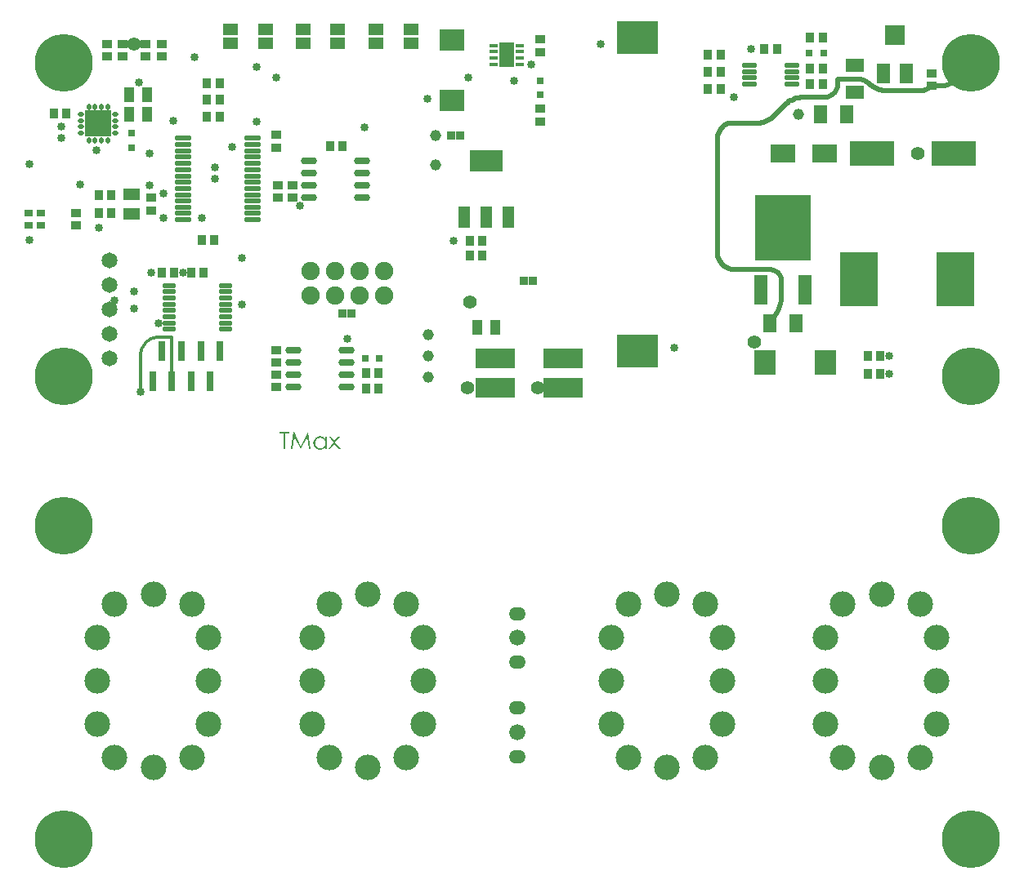
<source format=gts>
%FSTAX23Y23*%
%MOIN*%
%SFA1B1*%

%IPPOS*%
%ADD49C,0.019685*%
%ADD50C,0.011811*%
%ADD51C,0.045370*%
%ADD52R,0.033559X0.043401*%
%ADD53R,0.057181X0.084740*%
%ADD54R,0.084740X0.084740*%
%ADD55R,0.179228X0.098519*%
%ADD56R,0.053244X0.122141*%
%ADD57R,0.228440X0.269779*%
%ADD58R,0.163480X0.084740*%
%ADD59R,0.090645X0.104425*%
%ADD60R,0.029622X0.078834*%
%ADD61R,0.035527X0.035527*%
%ADD62O,0.070960X0.021748*%
%ADD63R,0.029622X0.025685*%
%ADD64C,0.065055*%
%ADD65R,0.068992X0.045370*%
%ADD66R,0.043401X0.033559*%
%ADD67R,0.037401X0.037401*%
%ADD68O,0.055606X0.020173*%
%ADD69O,0.065055X0.029622*%
%ADD70R,0.037496X0.031590*%
%ADD71R,0.025685X0.029622*%
%ADD72R,0.043401X0.061118*%
%ADD73R,0.061118X0.047338*%
%ADD74O,0.061118X0.021748*%
%ADD75R,0.055212X0.074897*%
%ADD76R,0.037496X0.017811*%
%ADD77R,0.064661X0.100488*%
%ADD78R,0.104425X0.090645*%
%ADD79O,0.025685X0.021748*%
%ADD80O,0.021748X0.025685*%
%ADD81R,0.110330X0.110330*%
%ADD82R,0.157574X0.222535*%
%ADD83R,0.102456X0.074897*%
%ADD84R,0.074897X0.055212*%
%ADD85R,0.133952X0.090645*%
%ADD86R,0.045370X0.090645*%
%ADD87R,0.171354X0.131984*%
%ADD88C,0.006000*%
%ADD89C,0.104425*%
%ADD90C,0.074897*%
%ADD91O,0.068992X0.053244*%
%ADD92C,0.066000*%
%ADD93C,0.235921*%
%ADD94C,0.033559*%
%ADD95C,0.056000*%
%LNnixie_board_v2.0-1*%
%LPD*%
G36*
X02393Y03547D02*
X02414Y0352D01*
X02405*
X02389Y03542*
X02373Y0352*
X02365*
X02385Y03547*
X02367Y03572*
X02375*
X02389Y03553*
X02403Y03572*
X02411*
X02393Y03547*
G37*
G36*
X02293Y0352D02*
X02286D01*
X02279Y0357*
X02253Y0352*
X02251*
X02226Y03571*
X02219Y0352*
X02212*
X02222Y03591*
X02224*
X02252Y03532*
X02281Y03591*
X02282*
X02293Y0352*
G37*
G36*
X02332Y03573D02*
X02332Y03573D01*
X02333Y03573*
X02334Y03573*
X02336Y03573*
X02338Y03572*
X0234Y03572*
X02342Y03571*
X02342*
X02342Y03571*
X02342Y0357*
X02343Y0357*
X02343Y0357*
X02344Y0357*
X02345Y03569*
X02346Y03567*
X02348Y03566*
X0235Y03564*
X02351Y03562*
Y03572*
X02358*
Y0352*
X02351*
Y03529*
X02351Y03528*
X02351Y03528*
X02351Y03528*
X0235Y03528*
X02349Y03527*
X02348Y03526*
X02347Y03524*
X02345Y03523*
X02343Y03522*
X02342Y03521*
X02341*
X02341Y03521*
X02341Y0352*
X02341Y0352*
X0234Y0352*
X0234Y0352*
X02339Y0352*
X02338Y0352*
X02336Y03519*
X02334Y03519*
X02332Y03518*
X0233Y03518*
X02329*
X02329Y03518*
X02328Y03518*
X02327Y03518*
X02326Y03519*
X02325Y03519*
X02323Y03519*
X02322Y0352*
X0232Y0352*
X02319Y03521*
X02317Y03522*
X02316Y03523*
X02314Y03524*
X02312Y03525*
X02311Y03526*
X02311Y03526*
X02311Y03527*
X0231Y03527*
X0231Y03528*
X02309Y03528*
X02308Y03529*
X02308Y0353*
X02307Y03532*
X02306Y03533*
X02306Y03535*
X02305Y03536*
X02304Y03538*
X02304Y0354*
X02303Y03542*
X02303Y03544*
X02303Y03546*
Y03546*
Y03546*
X02303Y03547*
X02303Y03548*
X02303Y03549*
X02303Y0355*
X02304Y03551*
X02304Y03553*
X02304Y03554*
X02305Y03556*
X02306Y03557*
X02306Y03559*
X02307Y03561*
X02308Y03562*
X0231Y03564*
X02311Y03565*
X02311Y03565*
X02311Y03566*
X02312Y03566*
X02312Y03567*
X02313Y03567*
X02314Y03568*
X02315Y03569*
X02316Y03569*
X02318Y0357*
X02319Y03571*
X02321Y03572*
X02322Y03572*
X02324Y03573*
X02326Y03573*
X02328Y03573*
X0233Y03573*
X02331*
X02332Y03573*
G37*
G36*
X02205Y03584D02*
X02189D01*
Y0352*
X02182*
Y03584*
X02166*
Y03591*
X02205*
Y03584*
G37*
%LNnixie_board_v2.0-2*%
%LPC*%
G36*
X02331Y03567D02*
X0233D01*
X02329Y03567*
X02329Y03567*
X02327Y03567*
X02326Y03566*
X02324Y03566*
X02322Y03565*
X0232Y03564*
X0232*
X0232Y03564*
X0232Y03564*
X02319Y03564*
X02319Y03563*
X02318Y03562*
X02316Y03561*
X02315Y0356*
X02314Y03558*
X02313Y03556*
Y03556*
X02313Y03556*
X02312Y03556*
X02312Y03555*
X02312Y03555*
X02312Y03554*
X02311Y03553*
X02311Y03551*
X0231Y0355*
X0231Y03548*
X0231Y03546*
Y03546*
Y03545*
Y03545*
X0231Y03545*
Y03544*
X0231Y03544*
X0231Y03542*
X02311Y03541*
X02311Y03539*
X02312Y03537*
X02313Y03535*
Y03535*
X02313Y03535*
X02313Y03535*
X02313Y03534*
X02314Y03533*
X02315Y03532*
X02316Y03531*
X02317Y0353*
X02319Y03528*
X0232Y03527*
X0232*
X02321Y03527*
X02321Y03527*
X02321Y03527*
X02322Y03527*
X02322Y03526*
X02323Y03526*
X02325Y03525*
X02327Y03525*
X02329Y03525*
X02331Y03524*
X02331*
X02332Y03525*
X02332*
X02333Y03525*
X02334Y03525*
X02336Y03525*
X02337Y03526*
X02339Y03526*
X02341Y03527*
X02341*
X02341Y03527*
X02342Y03528*
X02342Y03528*
X02343Y03528*
X02344Y03529*
X02345Y0353*
X02346Y03532*
X02348Y03533*
X02349Y03535*
Y03535*
X02349Y03535*
X02349Y03535*
X02349Y03536*
X02349Y03536*
X0235Y03537*
X0235Y03538*
X02351Y0354*
X02351Y03541*
X02351Y03543*
X02352Y03545*
Y03546*
Y03546*
Y03546*
X02351Y03547*
X02351Y03548*
X02351Y03549*
X02351Y0355*
X02351Y03551*
X0235Y03552*
X0235Y03553*
X0235Y03555*
X02349Y03556*
X02348Y03557*
X02347Y03558*
X02347Y0356*
X02345Y03561*
X02345Y03561*
X02345Y03561*
X02345Y03561*
X02344Y03562*
X02344Y03562*
X02343Y03563*
X02342Y03563*
X02341Y03564*
X0234Y03564*
X02339Y03565*
X02338Y03566*
X02337Y03566*
X02335Y03566*
X02334Y03567*
X02332Y03567*
X02331Y03567*
G37*
%LNnixie_board_v2.0-3*%
%LPD*%
G54D49*
X04866Y05003D02*
D01*
X0487Y05003*
X04874Y05004*
X04878Y05005*
X04882Y05006*
X04886Y05007*
X0489Y05008*
X04894Y0501*
X04897Y05012*
X04901Y05015*
X04904Y05017*
X04907Y0502*
X04908Y05021*
X04569Y05014D02*
D01*
X04566Y05017*
X04562Y05019*
X04559Y05022*
X04555Y05024*
X04551Y05026*
X04547Y05028*
X04543Y05029*
X04538Y0503*
X04534Y05031*
X0453Y05032*
X04525Y05032*
X04524Y05032*
X04779Y04984D02*
D01*
X04783Y04984*
X04788Y04985*
X04792Y04986*
X04797Y04987*
X04801Y04988*
X04805Y0499*
X04809Y04992*
X04813Y04994*
X04817Y04997*
X0482Y04999*
X04824Y05002*
X04825Y05003*
X04569Y05014D02*
D01*
X04574Y05009*
X0458Y05004*
X04585Y05*
X04591Y04997*
X04597Y04994*
X04604Y04991*
X0461Y04989*
X04617Y04987*
X04624Y04985*
X04631Y04985*
X04638Y04984*
X0464Y04984*
X04388Y04957D02*
D01*
X04391Y04957*
X04395Y04958*
X04399Y04959*
X04402Y04959*
X04406Y04961*
X04409Y04962*
X04413Y04964*
X04416Y04965*
X04419Y04968*
X04422Y0497*
X04425Y04972*
X04426Y04973*
X04297Y04957D02*
D01*
X04291Y04957*
X04284Y04956*
X04278Y04955*
X04272Y04954*
X04266Y04952*
X0426Y04949*
X04254Y04946*
X04248Y04943*
X04243Y0494*
X04238Y04936*
X04233Y04931*
X04232Y0493*
X04112Y04852D02*
D01*
X04119Y04852*
X04126Y04852*
X04132Y04854*
X04139Y04855*
X04146Y04858*
X04152Y0486*
X04159Y04863*
X04165Y04867*
X0417Y04871*
X04176Y04875*
X04181Y0488*
X04182Y04881*
X04213Y04206D02*
D01*
X04213Y04209*
X04212Y04212*
X04212Y04215*
X04211Y04218*
X0421Y04221*
X04209Y04224*
X04208Y04227*
X04206Y0423*
X04204Y04233*
X04202Y04235*
X042Y04237*
X042Y04238*
D01*
X04197Y04241*
X04194Y04243*
X04191Y04245*
X04188Y04247*
X04184Y04249*
X04181Y0425*
X04177Y04251*
X04174Y04252*
X0417Y04253*
X04166Y04254*
X04162Y04254*
X04161Y04254*
X04164Y04036D02*
D01*
X04172Y04044*
X04179Y04053*
X04186Y04063*
X04192Y04073*
X04197Y04083*
X04202Y04094*
X04206Y04105*
X04209Y04116*
X04211Y04128*
X04212Y0414*
X04213Y04151*
X04213Y04154*
X04005Y04852D02*
D01*
X04002Y04851*
X03999Y04851*
X03996Y04851*
X03993Y0485*
X0399Y04849*
X03987Y04848*
X03985Y04847*
X03982Y04845*
X0398Y04843*
X03977Y04842*
X03975Y0484*
X03975Y04839*
D01*
X0397Y04835*
X03967Y0483*
X03963Y04825*
X0396Y0482*
X03957Y04815*
X03955Y04809*
X03953Y04804*
X03952Y04798*
X03951Y04792*
X0395Y04786*
X0395Y0478*
X0395Y04779*
Y04328D02*
D01*
X0395Y04323*
X0395Y04318*
X03951Y04312*
X03952Y04307*
X03954Y04302*
X03956Y04297*
X03958Y04293*
X03961Y04288*
X03964Y04284*
X03967Y04279*
X03971Y04275*
X03972Y04275*
D01*
X03975Y04271*
X03979Y04268*
X03983Y04265*
X03987Y04263*
X03992Y0426*
X03996Y04259*
X04001Y04257*
X04006Y04256*
X04011Y04255*
X04015Y04254*
X0402Y04254*
X04022Y04254*
X04426Y04973D02*
D01*
X04428Y04976*
X04431Y04979*
X04433Y04982*
X04435Y04985*
X04436Y04989*
X04438Y04992*
X04439Y04996*
X0444Y04999*
X04441Y05003*
X04441Y05007*
X04442Y05011*
X04442Y05012*
X04825Y05003D02*
X04866D01*
X0464Y04984D02*
X04779D01*
X04442Y05032D02*
X04524D01*
X04325Y04957D02*
X04388D01*
X04297D02*
X04325D01*
X04182Y04881D02*
X04232Y0493D01*
X04213Y04154D02*
Y04206D01*
X04005Y04852D02*
X04112D01*
X0395Y04328D02*
Y04779D01*
X04022Y04254D02*
X04161D01*
X04442Y05012D02*
Y05032D01*
G54D50*
X0167Y03978D02*
D01*
X01665Y03977*
X01661Y03977*
X01656Y03976*
X01651Y03975*
X01647Y03973*
X01642Y03972*
X01638Y0397*
X01634Y03967*
X0163Y03965*
X01626Y03962*
X01623Y03958*
X01622Y03958*
D01*
X01618Y03953*
X01614Y03949*
X0161Y03944*
X01607Y03938*
X01605Y03933*
X01602Y03928*
X016Y03922*
X01599Y03916*
X01598Y0391*
X01597Y03904*
X01597Y03898*
X01597Y03897*
X0149Y04113D02*
Y04129D01*
X01484Y04107D02*
X0149Y04113D01*
X0167Y03978D02*
X01725D01*
X01484Y04107D02*
X01485Y04107D01*
X01597Y03754D02*
Y03897D01*
X01725Y03797D02*
Y03978D01*
X0147Y04092D02*
X01485Y04107D01*
G54D51*
X04283Y04888D03*
X02772Y03988D03*
X02803Y0468D03*
Y048D03*
X02772Y03816D03*
Y03902D03*
G54D52*
X04564Y03827D03*
X04615D03*
X04564Y039D03*
X04615D03*
X04329Y052D03*
X0438D03*
X02371Y04758D03*
X02422D03*
X01898Y04375D03*
X01847D03*
X01735Y04241D03*
X01684D03*
X01855D03*
X01804D03*
X0192Y04878D03*
X01869D03*
X0192Y04947D03*
X01869D03*
X0192Y05016D03*
X01869D03*
X01295Y0489D03*
X01244D03*
X01478Y04485D03*
X01427D03*
X01478Y04558D03*
X01427D03*
X0438Y05073D03*
X04329D03*
X0438Y0501D03*
X04329D03*
X04194Y05154D03*
X04143D03*
X03964Y04992D03*
X03913D03*
X03964Y05062D03*
X03913D03*
X03964Y05132D03*
X03913D03*
X02569Y03768D03*
X02518D03*
X02569Y03831D03*
X02518D03*
X02991Y04372D03*
X0294D03*
X02991Y04312D03*
X0294D03*
G54D53*
X0472Y05054D03*
X04629D03*
G54D54*
X04675Y05211D03*
G54D55*
X04916Y04727D03*
X0458D03*
G54D56*
X04128Y04171D03*
X04308D03*
G54D57*
X04218Y04425D03*
G54D58*
X03045Y0389D03*
Y03771D03*
X0332Y0389D03*
Y03771D03*
G54D59*
X04392Y03875D03*
X04144D03*
G54D60*
X01686Y03922D03*
X01883Y03797D03*
X01725D03*
X01804D03*
X01922Y03922D03*
X01844D03*
X01765D03*
X01647Y03797D03*
G54D61*
X03198Y04209D03*
X03161D03*
X02903Y048D03*
X02866D03*
G54D62*
X0177Y04483D03*
Y04457D03*
Y04559D03*
Y04508D03*
Y04534D03*
Y04636D03*
Y04585D03*
Y04611D03*
Y04662D03*
Y04687D03*
Y04764D03*
Y04713D03*
Y04738D03*
Y0479D03*
X02055Y04457D03*
Y04483D03*
Y04559D03*
Y04508D03*
Y04534D03*
Y04585D03*
Y04611D03*
Y04662D03*
Y04713D03*
Y04636D03*
Y04687D03*
Y0479D03*
Y04738D03*
Y04764D03*
G54D63*
X04325Y05137D03*
X04384D03*
X02573Y0389D03*
X02514D03*
G54D64*
X0147Y03892D03*
Y03992D03*
Y04092D03*
Y04192D03*
Y04292D03*
G54D65*
X0156Y04561D03*
Y04482D03*
G54D66*
X01643Y04547D03*
Y04496D03*
X01336Y04486D03*
Y04435D03*
X02218Y04598D03*
Y04547D03*
X02159Y04598D03*
Y04547D03*
X02152Y04803D03*
Y04752D03*
X01684Y05175D03*
Y05124D03*
X01619Y05175D03*
Y05124D03*
X01525Y05175D03*
Y05124D03*
X0146Y05175D03*
Y05124D03*
X04825Y05054D03*
Y05003D03*
X03229Y0491D03*
Y04859D03*
Y05194D03*
Y05142D03*
X0215Y03826D03*
Y03775D03*
Y03926D03*
Y03875D03*
G54D67*
X02458Y04074D03*
X02421D03*
G54D68*
X01944Y04189D03*
Y04163D03*
Y04112D03*
Y04138D03*
Y04087D03*
Y04036D03*
Y04061D03*
Y0401D03*
X01715Y04189D03*
Y04087D03*
Y04163D03*
Y04138D03*
Y04061D03*
Y04112D03*
Y0401D03*
Y04036D03*
G54D69*
X02503Y04698D03*
Y04648D03*
Y04598D03*
Y04548D03*
X02286D03*
Y04698D03*
Y04648D03*
Y04598D03*
X02439Y03926D03*
Y03876D03*
Y03826D03*
Y03776D03*
X02223D03*
Y03926D03*
Y03876D03*
Y03826D03*
G54D70*
X0119Y04486D03*
Y04433D03*
X01143Y04486D03*
Y04433D03*
G54D71*
X0156Y04811D03*
Y04752D03*
X03229Y05026D03*
Y04967D03*
G54D72*
X01626Y04888D03*
X01553D03*
X01626Y04968D03*
X01553D03*
X02972Y04019D03*
X03045D03*
G54D73*
X02107Y05235D03*
Y05178D03*
X01966Y05235D03*
Y05178D03*
X027Y05235D03*
Y05178D03*
X02558Y05235D03*
Y05178D03*
X02403Y05235D03*
Y05178D03*
X02262Y05235D03*
Y05178D03*
G54D74*
X04256Y05088D03*
Y05062D03*
Y05037D03*
Y05011D03*
X04083D03*
Y05088D03*
Y05062D03*
Y05037D03*
G54D75*
X04272Y04036D03*
X04164D03*
X04478Y04888D03*
X0437D03*
G54D76*
X03145Y05169D03*
Y05117D03*
Y05143D03*
Y05092D03*
X03039D03*
Y05169D03*
Y05117D03*
Y05143D03*
G54D77*
X03092Y0513D03*
G54D78*
X02869Y05192D03*
Y04944D03*
G54D79*
X01495Y04888D03*
Y04862D03*
Y04811D03*
Y04837D03*
X01355Y04811D03*
Y04888D03*
Y04837D03*
Y04862D03*
G54D80*
X01464Y04919D03*
X01438D03*
X01464Y0478D03*
X01438D03*
X01413D03*
X01387Y04919D03*
X01413D03*
X01387Y0478D03*
G54D81*
X01425Y0485D03*
G54D82*
X04529Y04213D03*
X0492D03*
G54D83*
X04387Y04727D03*
X04218D03*
G54D84*
X04513Y05087D03*
Y04979D03*
G54D85*
X03009Y04697D03*
G54D86*
X03099Y04467D03*
X02918D03*
X03009D03*
G54D87*
X03626Y05202D03*
Y03922D03*
G54D88*
X03745Y02575D03*
X02036Y05242D03*
Y05171D03*
X02629Y05242D03*
Y05171D03*
X02333Y05242D03*
Y05171D03*
X02525Y02575D03*
X0462D03*
X0165D03*
G54D89*
X03902Y0226D03*
X03971Y02397D03*
Y02575D03*
Y02752D03*
X03902Y02889D03*
X03745Y02929D03*
X03587Y02889D03*
X03518Y02752D03*
Y02575D03*
Y02397D03*
X03587Y0226D03*
X03745Y0222D03*
X02525D03*
X02367Y0226D03*
X02298Y02397D03*
Y02575D03*
Y02752D03*
X02367Y02889D03*
X02525Y02929D03*
X02682Y02889D03*
X02751Y02752D03*
Y02575D03*
Y02397D03*
X02682Y0226D03*
X0462Y0222D03*
X04462Y0226D03*
X04393Y02397D03*
Y02575D03*
Y02752D03*
X04462Y02889D03*
X0462Y02929D03*
X04777Y02889D03*
X04846Y02752D03*
Y02575D03*
Y02397D03*
X04777Y0226D03*
X0165Y0222D03*
X01492Y0226D03*
X01423Y02397D03*
Y02575D03*
Y02752D03*
X01492Y02889D03*
X0165Y02929D03*
X01807Y02889D03*
X01876Y02752D03*
Y02575D03*
Y02397D03*
X01807Y0226D03*
G54D90*
X0259Y04247D03*
X0249D03*
X0259Y04147D03*
X0239Y04247D03*
X0249Y04147D03*
X0229D03*
X0239D03*
X0229Y04247D03*
G54D91*
X03135Y02848D03*
Y02651D03*
Y02463D03*
Y02266D03*
G54D92*
X03135Y0275D03*
Y02365D03*
G54D93*
X01284Y05098D03*
X04985Y03818D03*
X01284D03*
X04985Y05098D03*
Y03209D03*
X01284Y01929D03*
X04985D03*
X01284Y03209D03*
G54D94*
X0149Y04129D03*
X0159Y05019D03*
X04087Y05154D03*
X03475Y05175D03*
X04653Y039D03*
Y03827D03*
X01145Y04375D03*
Y04684D03*
X01597Y03754D03*
X01417Y04741D03*
X02513Y04835D03*
X0197Y04755D03*
X01635Y04598D03*
X0157Y04095D03*
Y04164D03*
X01635Y04729D03*
X0167Y04036D03*
X0201Y043D03*
X01691Y04466D03*
Y04566D03*
X01427Y04425D03*
X0135Y046D03*
X02767Y0495D03*
X01276Y0479D03*
Y04837D03*
X0201Y04112D03*
X02935Y05039D03*
X02152D03*
X0207Y0508D03*
Y04859D03*
X0173Y0486D03*
X01818Y0512D03*
X01847Y04464D03*
X019Y04623D03*
Y0467D03*
X0177Y04241D03*
X0164D03*
X0319Y05092D03*
X02875Y04372D03*
X0244Y03971D03*
X03122Y05023D03*
X03775Y03935D03*
X04017Y04957D03*
X02248Y04514D03*
G54D95*
X04768Y04727D03*
X04102Y03958D03*
X02941Y04121D03*
X03217Y03771D03*
X0293D03*
X01572Y05175D03*
M02*
</source>
